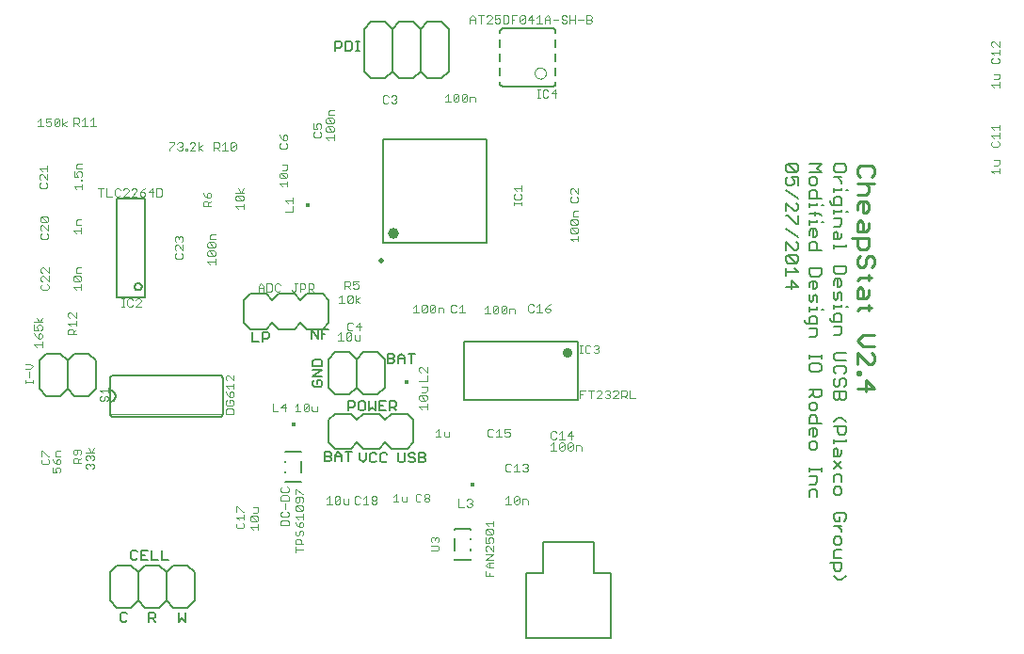
<source format=gto>
G75*
%MOIN*%
%OFA0B0*%
%FSLAX24Y24*%
%IPPOS*%
%LPD*%
%AMOC8*
5,1,8,0,0,1.08239X$1,22.5*
%
%ADD10C,0.0060*%
%ADD11C,0.0070*%
%ADD12C,0.0100*%
%ADD13C,0.0079*%
%ADD14C,0.0394*%
%ADD15C,0.0197*%
%ADD16C,0.0040*%
%ADD17R,0.0118X0.0157*%
%ADD18C,0.0050*%
%ADD19C,0.0020*%
%ADD20C,0.0080*%
%ADD21C,0.0348*%
%ADD22R,0.0157X0.0118*%
D10*
X003605Y001435D02*
X003855Y001185D01*
X004355Y001185D01*
X004605Y001435D01*
X004855Y001185D01*
X005355Y001185D01*
X005605Y001435D01*
X005855Y001185D01*
X006355Y001185D01*
X006605Y001435D01*
X006605Y002435D01*
X006355Y002685D01*
X005855Y002685D01*
X005605Y002435D01*
X005605Y001435D01*
X006035Y001030D02*
X006035Y000690D01*
X006148Y000803D01*
X006262Y000690D01*
X006262Y001030D01*
X005212Y000974D02*
X005212Y000860D01*
X005155Y000803D01*
X004985Y000803D01*
X004985Y000690D02*
X004985Y001030D01*
X005155Y001030D01*
X005212Y000974D01*
X005098Y000803D02*
X005212Y000690D01*
X004212Y000747D02*
X004155Y000690D01*
X004042Y000690D01*
X003985Y000747D01*
X003985Y000974D01*
X004042Y001030D01*
X004155Y001030D01*
X004212Y000974D01*
X004605Y001435D02*
X004605Y002435D01*
X004855Y002685D01*
X005355Y002685D01*
X005605Y002435D01*
X005687Y002885D02*
X005460Y002885D01*
X005460Y003225D01*
X005092Y003225D02*
X005092Y002885D01*
X005318Y002885D01*
X004950Y002885D02*
X004723Y002885D01*
X004723Y003225D01*
X004950Y003225D01*
X004837Y003055D02*
X004723Y003055D01*
X004582Y002942D02*
X004525Y002885D01*
X004412Y002885D01*
X004355Y002942D01*
X004355Y003169D01*
X004412Y003225D01*
X004525Y003225D01*
X004582Y003169D01*
X004355Y002685D02*
X003855Y002685D01*
X003605Y002435D01*
X003605Y001435D01*
X004605Y002435D02*
X004355Y002685D01*
X009816Y005645D02*
X009816Y005662D01*
X009816Y005645D02*
X010394Y005645D01*
X010394Y005662D01*
X010394Y005979D02*
X010394Y006391D01*
X010394Y006708D02*
X010394Y006725D01*
X009816Y006725D01*
X009816Y006708D01*
X009816Y006391D02*
X009816Y006354D01*
X009816Y006016D02*
X009816Y005979D01*
X011210Y006365D02*
X011380Y006365D01*
X011437Y006422D01*
X011437Y006478D01*
X011380Y006535D01*
X011210Y006535D01*
X011210Y006365D02*
X011210Y006705D01*
X011380Y006705D01*
X011437Y006649D01*
X011437Y006592D01*
X011380Y006535D01*
X011578Y006535D02*
X011805Y006535D01*
X011805Y006592D02*
X011805Y006365D01*
X011578Y006365D02*
X011578Y006592D01*
X011692Y006705D01*
X011805Y006592D01*
X011947Y006705D02*
X012173Y006705D01*
X012060Y006705D02*
X012060Y006365D01*
X012455Y006453D02*
X012568Y006340D01*
X012682Y006453D01*
X012682Y006680D01*
X012823Y006624D02*
X012823Y006397D01*
X012880Y006340D01*
X012994Y006340D01*
X013050Y006397D01*
X013192Y006397D02*
X013248Y006340D01*
X013362Y006340D01*
X013419Y006397D01*
X013419Y006624D02*
X013362Y006680D01*
X013248Y006680D01*
X013192Y006624D01*
X013192Y006397D01*
X013050Y006624D02*
X012994Y006680D01*
X012880Y006680D01*
X012823Y006624D01*
X012580Y006810D02*
X012355Y007035D01*
X012130Y006810D01*
X011580Y006810D01*
X011355Y007035D01*
X011355Y007835D01*
X011580Y008060D01*
X012130Y008060D01*
X012355Y007835D01*
X012580Y008060D01*
X013130Y008060D01*
X013355Y007835D01*
X013580Y008060D01*
X014130Y008060D01*
X014355Y007835D01*
X014355Y007035D01*
X014130Y006810D01*
X013580Y006810D01*
X013355Y007035D01*
X013130Y006810D01*
X012580Y006810D01*
X012455Y006680D02*
X012455Y006453D01*
X013810Y006397D02*
X013867Y006340D01*
X013980Y006340D01*
X014037Y006397D01*
X014037Y006680D01*
X014178Y006624D02*
X014178Y006567D01*
X014235Y006510D01*
X014348Y006510D01*
X014405Y006453D01*
X014405Y006397D01*
X014348Y006340D01*
X014235Y006340D01*
X014178Y006397D01*
X014178Y006624D02*
X014235Y006680D01*
X014348Y006680D01*
X014405Y006624D01*
X014547Y006680D02*
X014717Y006680D01*
X014773Y006624D01*
X014773Y006567D01*
X014717Y006510D01*
X014547Y006510D01*
X014717Y006510D02*
X014773Y006453D01*
X014773Y006397D01*
X014717Y006340D01*
X014547Y006340D01*
X014547Y006680D01*
X013810Y006680D02*
X013810Y006397D01*
X013744Y008165D02*
X013630Y008278D01*
X013687Y008278D02*
X013517Y008278D01*
X013517Y008165D02*
X013517Y008505D01*
X013687Y008505D01*
X013744Y008449D01*
X013744Y008335D01*
X013687Y008278D01*
X013375Y008165D02*
X013148Y008165D01*
X013148Y008505D01*
X013375Y008505D01*
X013262Y008335D02*
X013148Y008335D01*
X013007Y008165D02*
X013007Y008505D01*
X012780Y008505D02*
X012780Y008165D01*
X012893Y008278D01*
X013007Y008165D01*
X012639Y008222D02*
X012639Y008449D01*
X012582Y008505D01*
X012468Y008505D01*
X012412Y008449D01*
X012412Y008222D01*
X012468Y008165D01*
X012582Y008165D01*
X012639Y008222D01*
X012270Y008335D02*
X012270Y008449D01*
X012214Y008505D01*
X012043Y008505D01*
X012043Y008165D01*
X012043Y008278D02*
X012214Y008278D01*
X012270Y008335D01*
X012081Y008732D02*
X011581Y008732D01*
X011331Y008982D01*
X011331Y009982D01*
X011581Y010232D01*
X012081Y010232D01*
X012331Y009982D01*
X012581Y010232D01*
X013081Y010232D01*
X013331Y009982D01*
X013331Y008982D01*
X013081Y008732D01*
X012581Y008732D01*
X012331Y008982D01*
X012081Y008732D01*
X012331Y008982D02*
X012331Y009982D01*
X013436Y010012D02*
X013607Y010012D01*
X013663Y009956D01*
X013663Y009899D01*
X013607Y009842D01*
X013436Y009842D01*
X013436Y010183D01*
X013607Y010183D01*
X013663Y010126D01*
X013663Y010069D01*
X013607Y010012D01*
X013805Y010012D02*
X014032Y010012D01*
X014032Y010069D02*
X014032Y009842D01*
X014032Y010069D02*
X013918Y010183D01*
X013805Y010069D01*
X013805Y009842D01*
X014286Y009842D02*
X014286Y010183D01*
X014173Y010183D02*
X014400Y010183D01*
X011330Y011055D02*
X011103Y011055D01*
X011103Y010715D01*
X010962Y010715D02*
X010962Y011055D01*
X011130Y011060D02*
X011355Y011285D01*
X011355Y012085D01*
X011130Y012310D01*
X010580Y012310D01*
X010355Y012085D01*
X010130Y012310D01*
X009580Y012310D01*
X009355Y012085D01*
X009130Y012310D01*
X008580Y012310D01*
X008355Y012085D01*
X008355Y011285D01*
X008580Y011060D01*
X009130Y011060D01*
X009355Y011285D01*
X009580Y011060D01*
X010130Y011060D01*
X010355Y011285D01*
X010580Y011060D01*
X011130Y011060D01*
X011103Y010885D02*
X011217Y010885D01*
X010962Y010715D02*
X010735Y011055D01*
X010735Y010715D01*
X010841Y009978D02*
X010785Y009922D01*
X010785Y009752D01*
X011125Y009752D01*
X011125Y009922D01*
X011068Y009978D01*
X010841Y009978D01*
X010785Y009610D02*
X011125Y009610D01*
X010785Y009383D01*
X011125Y009383D01*
X011068Y009242D02*
X010955Y009242D01*
X010955Y009128D01*
X011068Y009015D02*
X011125Y009072D01*
X011125Y009185D01*
X011068Y009242D01*
X010841Y009242D02*
X010785Y009185D01*
X010785Y009072D01*
X010841Y009015D01*
X011068Y009015D01*
X009003Y010615D02*
X009003Y010955D01*
X009173Y010955D01*
X009230Y010899D01*
X009230Y010785D01*
X009173Y010728D01*
X009003Y010728D01*
X008862Y010615D02*
X008635Y010615D01*
X008635Y010955D01*
X007445Y009425D02*
X003745Y009425D01*
X003725Y009425D01*
X003704Y009421D01*
X003685Y009415D01*
X003667Y009406D01*
X003650Y009394D01*
X003636Y009379D01*
X003624Y009363D01*
X003615Y009345D01*
X003609Y009325D01*
X003605Y009305D01*
X003605Y008885D01*
X003605Y008485D01*
X003605Y008065D01*
X003609Y008044D01*
X003616Y008024D01*
X003626Y008005D01*
X003639Y007988D01*
X003655Y007974D01*
X003673Y007962D01*
X003692Y007953D01*
X003713Y007947D01*
X003734Y007944D01*
X003755Y007945D01*
X007455Y007945D01*
X007476Y007944D01*
X007497Y007947D01*
X007518Y007953D01*
X007537Y007962D01*
X007555Y007974D01*
X007571Y007988D01*
X007584Y008005D01*
X007594Y008024D01*
X007601Y008044D01*
X007605Y008065D01*
X007605Y009305D01*
X007600Y009327D01*
X007592Y009347D01*
X007580Y009366D01*
X007566Y009383D01*
X007550Y009398D01*
X007531Y009410D01*
X007511Y009418D01*
X007489Y009424D01*
X007467Y009426D01*
X007445Y009425D01*
X003605Y008885D02*
X003632Y008883D01*
X003659Y008878D01*
X003685Y008868D01*
X003709Y008856D01*
X003731Y008840D01*
X003751Y008822D01*
X003768Y008800D01*
X003783Y008777D01*
X003793Y008752D01*
X003801Y008726D01*
X003805Y008699D01*
X003805Y008671D01*
X003801Y008644D01*
X003793Y008618D01*
X003783Y008593D01*
X003768Y008570D01*
X003751Y008548D01*
X003731Y008530D01*
X003709Y008514D01*
X003685Y008502D01*
X003659Y008492D01*
X003632Y008487D01*
X003605Y008485D01*
X003105Y008935D02*
X002855Y008685D01*
X002355Y008685D01*
X002105Y008935D01*
X001855Y008685D01*
X001355Y008685D01*
X001105Y008935D01*
X001105Y009935D01*
X001355Y010185D01*
X001855Y010185D01*
X002105Y009935D01*
X002355Y010185D01*
X002855Y010185D01*
X003105Y009935D01*
X003105Y008935D01*
X002105Y008935D02*
X002105Y009935D01*
X015816Y003975D02*
X015816Y003958D01*
X015816Y003975D02*
X016394Y003975D01*
X016394Y003958D01*
X016394Y003641D02*
X016394Y003604D01*
X016394Y003266D02*
X016394Y003229D01*
X015816Y003229D02*
X015816Y003641D01*
X015816Y002912D02*
X015816Y002895D01*
X016394Y002895D01*
X016394Y002912D01*
X027755Y012473D02*
X027755Y012766D01*
X027975Y012546D01*
X027535Y012546D01*
X027535Y012933D02*
X027535Y013227D01*
X027535Y013080D02*
X027975Y013080D01*
X027829Y013227D01*
X027902Y013394D02*
X027608Y013394D01*
X027535Y013467D01*
X027535Y013614D01*
X027608Y013687D01*
X027902Y013394D01*
X027975Y013467D01*
X027975Y013614D01*
X027902Y013687D01*
X027608Y013687D01*
X027535Y013854D02*
X027535Y014148D01*
X027829Y013854D01*
X027902Y013854D01*
X027975Y013927D01*
X027975Y014074D01*
X027902Y014148D01*
X027975Y014314D02*
X027535Y014608D01*
X027902Y014775D02*
X027608Y015068D01*
X027535Y015068D01*
X027535Y015235D02*
X027535Y015529D01*
X027829Y015235D01*
X027902Y015235D01*
X027975Y015309D01*
X027975Y015455D01*
X027902Y015529D01*
X027975Y015696D02*
X027535Y015989D01*
X027608Y016156D02*
X027535Y016229D01*
X027535Y016376D01*
X027608Y016450D01*
X027755Y016450D02*
X027829Y016303D01*
X027829Y016229D01*
X027755Y016156D01*
X027608Y016156D01*
X027975Y016156D02*
X027975Y016450D01*
X027755Y016450D01*
X027608Y016616D02*
X027535Y016690D01*
X027535Y016837D01*
X027608Y016910D01*
X027902Y016616D01*
X027608Y016616D01*
X027902Y016616D02*
X027975Y016690D01*
X027975Y016837D01*
X027902Y016910D01*
X027608Y016910D01*
X027975Y015068D02*
X027975Y014775D01*
X027902Y014775D01*
X019389Y019764D02*
X019389Y019815D01*
X019389Y019760D02*
X019388Y019743D01*
X019383Y019726D01*
X019376Y019711D01*
X019366Y019697D01*
X019354Y019685D01*
X019340Y019675D01*
X019325Y019668D01*
X019308Y019663D01*
X019291Y019662D01*
X019287Y019661D02*
X017519Y019661D01*
X017519Y019662D02*
X017502Y019663D01*
X017485Y019668D01*
X017470Y019675D01*
X017456Y019685D01*
X017444Y019697D01*
X017434Y019711D01*
X017427Y019726D01*
X017422Y019743D01*
X017421Y019760D01*
X017421Y019764D02*
X017421Y019815D01*
X017421Y020059D02*
X017421Y020311D01*
X017421Y020559D02*
X017421Y020811D01*
X017421Y021059D02*
X017421Y021311D01*
X017421Y021555D02*
X017421Y021614D01*
X017421Y021610D02*
X017422Y021627D01*
X017427Y021644D01*
X017434Y021659D01*
X017444Y021673D01*
X017456Y021685D01*
X017470Y021695D01*
X017485Y021702D01*
X017502Y021707D01*
X017519Y021708D01*
X017519Y021709D02*
X019291Y021709D01*
X019291Y021708D02*
X019308Y021707D01*
X019325Y021702D01*
X019340Y021695D01*
X019354Y021685D01*
X019366Y021673D01*
X019376Y021659D01*
X019383Y021644D01*
X019388Y021627D01*
X019389Y021610D01*
X019389Y021602D02*
X019389Y021551D01*
X019389Y021311D02*
X019389Y021055D01*
X019389Y020811D02*
X019389Y020555D01*
X019389Y020311D02*
X019389Y020059D01*
X015605Y020185D02*
X015355Y019935D01*
X014855Y019935D01*
X014605Y020185D01*
X014605Y021685D01*
X014855Y021935D01*
X015355Y021935D01*
X015605Y021685D01*
X015605Y020185D01*
X014605Y020185D02*
X014355Y019935D01*
X013855Y019935D01*
X013605Y020185D01*
X013605Y021685D01*
X013855Y021935D01*
X014355Y021935D01*
X014605Y021685D01*
X013605Y021685D02*
X013355Y021935D01*
X012855Y021935D01*
X012605Y021685D01*
X012605Y020185D01*
X012855Y019935D01*
X013355Y019935D01*
X013605Y020185D01*
X012435Y020915D02*
X012322Y020915D01*
X012378Y020915D02*
X012378Y021255D01*
X012322Y021255D02*
X012435Y021255D01*
X012180Y021199D02*
X012180Y020972D01*
X012123Y020915D01*
X011953Y020915D01*
X011953Y021255D01*
X012123Y021255D01*
X012180Y021199D01*
X011812Y021199D02*
X011812Y021085D01*
X011755Y021028D01*
X011585Y021028D01*
X011585Y020915D02*
X011585Y021255D01*
X011755Y021255D01*
X011812Y021199D01*
D11*
X028365Y016900D02*
X028795Y016900D01*
X028652Y016757D01*
X028795Y016613D01*
X028365Y016613D01*
X028437Y016440D02*
X028365Y016368D01*
X028365Y016224D01*
X028437Y016153D01*
X028580Y016153D01*
X028652Y016224D01*
X028652Y016368D01*
X028580Y016440D01*
X028437Y016440D01*
X028437Y015979D02*
X028580Y015979D01*
X028652Y015907D01*
X028652Y015692D01*
X028795Y015692D02*
X028365Y015692D01*
X028365Y015907D01*
X028437Y015979D01*
X028365Y015519D02*
X028365Y015375D01*
X028365Y015447D02*
X028652Y015447D01*
X028652Y015519D01*
X028795Y015447D02*
X028867Y015447D01*
X029097Y015534D02*
X029168Y015462D01*
X029527Y015462D01*
X029527Y015677D01*
X029455Y015749D01*
X029312Y015749D01*
X029240Y015677D01*
X029240Y015462D01*
X029097Y015534D02*
X029097Y015606D01*
X029240Y015912D02*
X029240Y016056D01*
X029240Y015984D02*
X029527Y015984D01*
X029527Y016056D01*
X029670Y015984D02*
X029742Y015984D01*
X029527Y016224D02*
X029527Y016296D01*
X029383Y016440D01*
X029240Y016440D02*
X029527Y016440D01*
X029599Y016613D02*
X029670Y016685D01*
X029670Y016828D01*
X029599Y016900D01*
X029312Y016900D01*
X029240Y016828D01*
X029240Y016685D01*
X029312Y016613D01*
X029599Y016613D01*
X029527Y015289D02*
X029527Y015217D01*
X029240Y015217D01*
X029240Y015289D02*
X029240Y015145D01*
X029240Y014982D02*
X029527Y014982D01*
X029527Y014767D01*
X029455Y014695D01*
X029240Y014695D01*
X029312Y014521D02*
X029383Y014450D01*
X029383Y014234D01*
X029455Y014234D02*
X029240Y014234D01*
X029240Y014450D01*
X029312Y014521D01*
X029527Y014450D02*
X029527Y014306D01*
X029455Y014234D01*
X029240Y014061D02*
X029240Y013917D01*
X029240Y013989D02*
X029670Y013989D01*
X029670Y014061D01*
X028795Y013851D02*
X028365Y013851D01*
X028365Y014066D01*
X028437Y014138D01*
X028580Y014138D01*
X028652Y014066D01*
X028652Y013851D01*
X028580Y014311D02*
X028508Y014311D01*
X028508Y014598D01*
X028437Y014598D02*
X028580Y014598D01*
X028652Y014526D01*
X028652Y014383D01*
X028580Y014311D01*
X028365Y014383D02*
X028365Y014526D01*
X028437Y014598D01*
X028365Y014762D02*
X028365Y014905D01*
X028365Y014833D02*
X028652Y014833D01*
X028652Y014905D01*
X028795Y014833D02*
X028867Y014833D01*
X028795Y015068D02*
X028724Y015140D01*
X028365Y015140D01*
X028580Y015212D02*
X028580Y015068D01*
X029670Y015217D02*
X029742Y015217D01*
X029670Y013294D02*
X029240Y013294D01*
X029240Y013078D01*
X029312Y013007D01*
X029599Y013007D01*
X029670Y013078D01*
X029670Y013294D01*
X029455Y012833D02*
X029312Y012833D01*
X029240Y012761D01*
X029240Y012618D01*
X029383Y012546D02*
X029383Y012833D01*
X029455Y012833D02*
X029527Y012761D01*
X029527Y012618D01*
X029455Y012546D01*
X029383Y012546D01*
X029455Y012373D02*
X029527Y012301D01*
X029527Y012086D01*
X029383Y012158D02*
X029383Y012301D01*
X029455Y012373D01*
X029240Y012373D02*
X029240Y012158D01*
X029312Y012086D01*
X029383Y012158D01*
X029240Y011912D02*
X029240Y011769D01*
X029240Y011841D02*
X029527Y011841D01*
X029527Y011912D01*
X029670Y011841D02*
X029742Y011841D01*
X029455Y011605D02*
X029312Y011605D01*
X029240Y011534D01*
X029240Y011319D01*
X029168Y011319D02*
X029527Y011319D01*
X029527Y011534D01*
X029455Y011605D01*
X029097Y011462D02*
X029097Y011390D01*
X029168Y011319D01*
X029240Y011145D02*
X029527Y011145D01*
X029527Y010930D01*
X029455Y010858D01*
X029240Y010858D01*
X028652Y010853D02*
X028580Y010781D01*
X028365Y010781D01*
X028365Y011068D02*
X028652Y011068D01*
X028652Y010853D01*
X028652Y011242D02*
X028652Y011457D01*
X028580Y011529D01*
X028437Y011529D01*
X028365Y011457D01*
X028365Y011242D01*
X028293Y011242D02*
X028652Y011242D01*
X028293Y011242D02*
X028222Y011314D01*
X028222Y011385D01*
X028365Y011692D02*
X028365Y011836D01*
X028365Y011764D02*
X028652Y011764D01*
X028652Y011836D01*
X028795Y011764D02*
X028867Y011764D01*
X028652Y012009D02*
X028652Y012224D01*
X028580Y012296D01*
X028508Y012224D01*
X028508Y012081D01*
X028437Y012009D01*
X028365Y012081D01*
X028365Y012296D01*
X028508Y012470D02*
X028508Y012756D01*
X028437Y012756D02*
X028580Y012756D01*
X028652Y012685D01*
X028652Y012541D01*
X028580Y012470D01*
X028508Y012470D01*
X028365Y012541D02*
X028365Y012685D01*
X028437Y012756D01*
X028437Y012930D02*
X028724Y012930D01*
X028795Y013002D01*
X028795Y013217D01*
X028365Y013217D01*
X028365Y013002D01*
X028437Y012930D01*
X028365Y010148D02*
X028365Y010004D01*
X028365Y010076D02*
X028795Y010076D01*
X028795Y010148D02*
X028795Y010004D01*
X028724Y009841D02*
X028437Y009841D01*
X028365Y009769D01*
X028365Y009625D01*
X028437Y009554D01*
X028724Y009554D01*
X028795Y009625D01*
X028795Y009769D01*
X028724Y009841D01*
X029240Y009692D02*
X029240Y009549D01*
X029312Y009477D01*
X029312Y009304D02*
X029240Y009232D01*
X029240Y009088D01*
X029312Y009017D01*
X029383Y009017D01*
X029455Y009088D01*
X029455Y009232D01*
X029527Y009304D01*
X029599Y009304D01*
X029670Y009232D01*
X029670Y009088D01*
X029599Y009017D01*
X029670Y008843D02*
X029240Y008843D01*
X029240Y008628D01*
X029312Y008556D01*
X029383Y008556D01*
X029455Y008628D01*
X029455Y008843D01*
X029455Y008628D02*
X029527Y008556D01*
X029599Y008556D01*
X029670Y008628D01*
X029670Y008843D01*
X028795Y008920D02*
X028795Y008705D01*
X028724Y008633D01*
X028580Y008633D01*
X028508Y008705D01*
X028508Y008920D01*
X028365Y008920D02*
X028795Y008920D01*
X028508Y008776D02*
X028365Y008633D01*
X028437Y008459D02*
X028365Y008388D01*
X028365Y008244D01*
X028437Y008173D01*
X028580Y008173D01*
X028652Y008244D01*
X028652Y008388D01*
X028580Y008459D01*
X028437Y008459D01*
X028437Y007999D02*
X028580Y007999D01*
X028652Y007927D01*
X028652Y007712D01*
X028795Y007712D02*
X028365Y007712D01*
X028365Y007927D01*
X028437Y007999D01*
X028437Y007539D02*
X028580Y007539D01*
X028652Y007467D01*
X028652Y007324D01*
X028580Y007252D01*
X028508Y007252D01*
X028508Y007539D01*
X028437Y007539D02*
X028365Y007467D01*
X028365Y007324D01*
X028437Y007078D02*
X028365Y007007D01*
X028365Y006863D01*
X028437Y006791D01*
X028580Y006791D01*
X028652Y006863D01*
X028652Y007007D01*
X028580Y007078D01*
X028437Y007078D01*
X029240Y007083D02*
X029670Y007083D01*
X029670Y007155D01*
X029599Y007329D02*
X029455Y007329D01*
X029383Y007400D01*
X029383Y007615D01*
X029240Y007615D02*
X029670Y007615D01*
X029670Y007400D01*
X029599Y007329D01*
X029240Y007155D02*
X029240Y007012D01*
X029312Y006848D02*
X029383Y006776D01*
X029383Y006561D01*
X029455Y006561D02*
X029240Y006561D01*
X029240Y006776D01*
X029312Y006848D01*
X029527Y006776D02*
X029527Y006633D01*
X029455Y006561D01*
X029527Y006388D02*
X029240Y006101D01*
X029312Y005927D02*
X029240Y005856D01*
X029240Y005640D01*
X029312Y005467D02*
X029240Y005395D01*
X029240Y005252D01*
X029312Y005180D01*
X029455Y005180D01*
X029527Y005252D01*
X029527Y005395D01*
X029455Y005467D01*
X029312Y005467D01*
X029527Y005640D02*
X029527Y005856D01*
X029455Y005927D01*
X029312Y005927D01*
X029527Y006101D02*
X029240Y006388D01*
X028795Y006158D02*
X028795Y006014D01*
X028795Y006086D02*
X028365Y006086D01*
X028365Y006158D02*
X028365Y006014D01*
X028365Y005851D02*
X028652Y005851D01*
X028652Y005635D01*
X028580Y005564D01*
X028365Y005564D01*
X028437Y005390D02*
X028365Y005318D01*
X028365Y005103D01*
X028652Y005103D02*
X028652Y005318D01*
X028580Y005390D01*
X028437Y005390D01*
X029312Y004546D02*
X029240Y004474D01*
X029240Y004331D01*
X029312Y004259D01*
X029455Y004259D01*
X029455Y004403D01*
X029599Y004546D02*
X029312Y004546D01*
X029599Y004546D02*
X029670Y004474D01*
X029670Y004331D01*
X029599Y004259D01*
X029527Y004086D02*
X029240Y004086D01*
X029383Y004086D02*
X029527Y003942D01*
X029527Y003871D01*
X029455Y003702D02*
X029312Y003702D01*
X029240Y003630D01*
X029240Y003487D01*
X029312Y003415D01*
X029455Y003415D01*
X029527Y003487D01*
X029527Y003630D01*
X029455Y003702D01*
X029527Y003242D02*
X029312Y003242D01*
X029240Y003170D01*
X029240Y002955D01*
X029527Y002955D01*
X029527Y002781D02*
X029527Y002566D01*
X029455Y002494D01*
X029312Y002494D01*
X029240Y002566D01*
X029240Y002781D01*
X029097Y002781D02*
X029527Y002781D01*
X029670Y002321D02*
X029527Y002177D01*
X029383Y002177D01*
X029240Y002321D01*
X029240Y007779D02*
X029383Y007922D01*
X029527Y007922D01*
X029670Y007779D01*
X029599Y009477D02*
X029670Y009549D01*
X029670Y009692D01*
X029599Y009764D01*
X029312Y009764D01*
X029240Y009692D01*
X029312Y009937D02*
X029670Y009937D01*
X029670Y010224D02*
X029312Y010224D01*
X029240Y010153D01*
X029240Y010009D01*
X029312Y009937D01*
D12*
X030080Y009799D02*
X030080Y010200D01*
X030480Y009799D01*
X030580Y009799D01*
X030681Y009899D01*
X030681Y010100D01*
X030580Y010200D01*
X030681Y010444D02*
X030280Y010444D01*
X030080Y010644D01*
X030280Y010844D01*
X030681Y010844D01*
X030480Y011718D02*
X030480Y011918D01*
X030580Y011818D02*
X030180Y011818D01*
X030080Y011718D01*
X030080Y012163D02*
X030080Y012463D01*
X030180Y012563D01*
X030280Y012463D01*
X030280Y012163D01*
X030380Y012163D02*
X030080Y012163D01*
X030380Y012163D02*
X030480Y012263D01*
X030480Y012463D01*
X030480Y012793D02*
X030480Y012993D01*
X030580Y012893D02*
X030180Y012893D01*
X030080Y012793D01*
X030180Y013237D02*
X030080Y013337D01*
X030080Y013537D01*
X030180Y013637D01*
X030380Y013537D02*
X030380Y013337D01*
X030280Y013237D01*
X030180Y013237D01*
X030380Y013537D02*
X030480Y013637D01*
X030580Y013637D01*
X030681Y013537D01*
X030681Y013337D01*
X030580Y013237D01*
X030380Y013881D02*
X030180Y013881D01*
X030080Y013982D01*
X030080Y014282D01*
X029880Y014282D02*
X030480Y014282D01*
X030480Y013982D01*
X030380Y013881D01*
X030380Y014526D02*
X030080Y014526D01*
X030080Y014826D01*
X030180Y014926D01*
X030280Y014826D01*
X030280Y014526D01*
X030380Y014526D02*
X030480Y014626D01*
X030480Y014826D01*
X030380Y015171D02*
X030280Y015171D01*
X030280Y015571D01*
X030180Y015571D02*
X030380Y015571D01*
X030480Y015471D01*
X030480Y015271D01*
X030380Y015171D01*
X030080Y015271D02*
X030080Y015471D01*
X030180Y015571D01*
X030080Y015815D02*
X030380Y015815D01*
X030480Y015915D01*
X030480Y016115D01*
X030380Y016215D01*
X030080Y016215D02*
X030681Y016215D01*
X030580Y016460D02*
X030681Y016560D01*
X030681Y016760D01*
X030580Y016860D01*
X030180Y016860D01*
X030080Y016760D01*
X030080Y016560D01*
X030180Y016460D01*
X030180Y009555D02*
X030180Y009455D01*
X030080Y009455D01*
X030080Y009555D01*
X030180Y009555D01*
X030380Y009233D02*
X030380Y008832D01*
X030080Y008933D02*
X030681Y008933D01*
X030380Y009233D01*
D13*
X016936Y014104D02*
X016936Y017766D01*
X013274Y017766D01*
X013274Y014104D01*
X016936Y014104D01*
D14*
X013629Y014459D03*
D15*
X013215Y013474D03*
D16*
X012406Y012760D02*
X012220Y012760D01*
X012220Y012620D01*
X012313Y012667D01*
X012360Y012667D01*
X012406Y012620D01*
X012406Y012527D01*
X012360Y012480D01*
X012266Y012480D01*
X012220Y012527D01*
X012112Y012480D02*
X012018Y012573D01*
X012065Y012573D02*
X011925Y012573D01*
X011925Y012480D02*
X011925Y012760D01*
X012065Y012760D01*
X012112Y012714D01*
X012112Y012620D01*
X012065Y012573D01*
X012066Y012260D02*
X012160Y012260D01*
X012206Y012214D01*
X012020Y012027D01*
X012066Y011980D01*
X012160Y011980D01*
X012206Y012027D01*
X012206Y012214D01*
X012314Y012260D02*
X012314Y011980D01*
X012314Y012073D02*
X012454Y012167D01*
X012314Y012073D02*
X012454Y011980D01*
X012020Y012027D02*
X012020Y012214D01*
X012066Y012260D01*
X011818Y012260D02*
X011818Y011980D01*
X011725Y011980D02*
X011912Y011980D01*
X011725Y012167D02*
X011818Y012260D01*
X010817Y012385D02*
X010724Y012478D01*
X010770Y012478D02*
X010630Y012478D01*
X010630Y012385D02*
X010630Y012665D01*
X010770Y012665D01*
X010817Y012619D01*
X010817Y012525D01*
X010770Y012478D01*
X010523Y012525D02*
X010523Y012619D01*
X010476Y012665D01*
X010336Y012665D01*
X010336Y012385D01*
X010336Y012478D02*
X010476Y012478D01*
X010523Y012525D01*
X010228Y012665D02*
X010134Y012665D01*
X010181Y012665D02*
X010181Y012432D01*
X010134Y012385D01*
X010088Y012385D01*
X010041Y012432D01*
X009933Y012338D02*
X009746Y012338D01*
X009639Y012432D02*
X009592Y012385D01*
X009498Y012385D01*
X009452Y012432D01*
X009452Y012619D01*
X009498Y012665D01*
X009592Y012665D01*
X009639Y012619D01*
X009344Y012619D02*
X009344Y012432D01*
X009297Y012385D01*
X009157Y012385D01*
X009157Y012665D01*
X009297Y012665D01*
X009344Y012619D01*
X009049Y012572D02*
X009049Y012385D01*
X009049Y012525D02*
X008862Y012525D01*
X008862Y012572D02*
X008862Y012385D01*
X008862Y012572D02*
X008956Y012665D01*
X009049Y012572D01*
X007335Y013355D02*
X007335Y013542D01*
X007335Y013448D02*
X007055Y013448D01*
X007148Y013355D01*
X007101Y013650D02*
X007055Y013696D01*
X007055Y013790D01*
X007101Y013836D01*
X007288Y013650D01*
X007335Y013696D01*
X007335Y013790D01*
X007288Y013836D01*
X007101Y013836D01*
X007101Y013944D02*
X007055Y013991D01*
X007055Y014084D01*
X007101Y014131D01*
X007288Y013944D01*
X007335Y013991D01*
X007335Y014084D01*
X007288Y014131D01*
X007101Y014131D01*
X007148Y014239D02*
X007148Y014379D01*
X007195Y014426D01*
X007335Y014426D01*
X007335Y014239D02*
X007148Y014239D01*
X007101Y013944D02*
X007288Y013944D01*
X007288Y013650D02*
X007101Y013650D01*
X006185Y013602D02*
X006185Y013695D01*
X006138Y013742D01*
X006185Y013850D02*
X005998Y014036D01*
X005951Y014036D01*
X005905Y013990D01*
X005905Y013896D01*
X005951Y013850D01*
X005951Y013742D02*
X005905Y013695D01*
X005905Y013602D01*
X005951Y013555D01*
X006138Y013555D01*
X006185Y013602D01*
X006185Y013850D02*
X006185Y014036D01*
X006138Y014144D02*
X006185Y014191D01*
X006185Y014284D01*
X006138Y014331D01*
X006092Y014331D01*
X006045Y014284D01*
X006045Y014238D01*
X006045Y014284D02*
X005998Y014331D01*
X005951Y014331D01*
X005905Y014284D01*
X005905Y014191D01*
X005951Y014144D01*
X006905Y015405D02*
X006905Y015545D01*
X006951Y015592D01*
X007045Y015592D01*
X007092Y015545D01*
X007092Y015405D01*
X007185Y015405D02*
X006905Y015405D01*
X007092Y015498D02*
X007185Y015592D01*
X007138Y015700D02*
X007185Y015746D01*
X007185Y015840D01*
X007138Y015886D01*
X007092Y015886D01*
X007045Y015840D01*
X007045Y015700D01*
X007138Y015700D01*
X007045Y015700D02*
X006951Y015793D01*
X006905Y015886D01*
X008055Y015894D02*
X008335Y015894D01*
X008242Y015894D02*
X008148Y016034D01*
X008242Y015894D02*
X008335Y016034D01*
X008288Y015786D02*
X008335Y015740D01*
X008335Y015646D01*
X008288Y015600D01*
X008101Y015786D01*
X008288Y015786D01*
X008288Y015600D02*
X008101Y015600D01*
X008055Y015646D01*
X008055Y015740D01*
X008101Y015786D01*
X008335Y015492D02*
X008335Y015305D01*
X008335Y015398D02*
X008055Y015398D01*
X008148Y015305D01*
X009805Y015230D02*
X010085Y015230D01*
X010085Y015417D01*
X010085Y015525D02*
X010085Y015711D01*
X010085Y015618D02*
X009805Y015618D01*
X009898Y015525D01*
X009885Y016105D02*
X009885Y016292D01*
X009885Y016198D02*
X009605Y016198D01*
X009698Y016105D01*
X009651Y016400D02*
X009605Y016446D01*
X009605Y016540D01*
X009651Y016586D01*
X009838Y016400D01*
X009885Y016446D01*
X009885Y016540D01*
X009838Y016586D01*
X009651Y016586D01*
X009698Y016694D02*
X009838Y016694D01*
X009885Y016741D01*
X009885Y016881D01*
X009698Y016881D01*
X009651Y017455D02*
X009838Y017455D01*
X009885Y017502D01*
X009885Y017595D01*
X009838Y017642D01*
X009838Y017750D02*
X009885Y017796D01*
X009885Y017890D01*
X009838Y017936D01*
X009792Y017936D01*
X009745Y017890D01*
X009745Y017750D01*
X009838Y017750D01*
X009745Y017750D02*
X009651Y017843D01*
X009605Y017936D01*
X009651Y017642D02*
X009605Y017595D01*
X009605Y017502D01*
X009651Y017455D01*
X010805Y017902D02*
X010851Y017855D01*
X011038Y017855D01*
X011085Y017902D01*
X011085Y017995D01*
X011038Y018042D01*
X011038Y018150D02*
X011085Y018196D01*
X011085Y018290D01*
X011038Y018336D01*
X010945Y018336D01*
X010898Y018290D01*
X010898Y018243D01*
X010945Y018150D01*
X010805Y018150D01*
X010805Y018336D01*
X010851Y018042D02*
X010805Y017995D01*
X010805Y017902D01*
X011255Y017848D02*
X011348Y017755D01*
X011255Y017848D02*
X011535Y017848D01*
X011535Y017755D02*
X011535Y017942D01*
X011488Y018050D02*
X011301Y018050D01*
X011255Y018096D01*
X011255Y018190D01*
X011301Y018236D01*
X011488Y018050D01*
X011535Y018096D01*
X011535Y018190D01*
X011488Y018236D01*
X011301Y018236D01*
X011301Y018344D02*
X011255Y018391D01*
X011255Y018484D01*
X011301Y018531D01*
X011488Y018344D01*
X011535Y018391D01*
X011535Y018484D01*
X011488Y018531D01*
X011301Y018531D01*
X011348Y018639D02*
X011348Y018779D01*
X011395Y018826D01*
X011535Y018826D01*
X011535Y018639D02*
X011348Y018639D01*
X011301Y018344D02*
X011488Y018344D01*
X013275Y019102D02*
X013275Y019289D01*
X013322Y019335D01*
X013415Y019335D01*
X013462Y019289D01*
X013570Y019289D02*
X013616Y019335D01*
X013710Y019335D01*
X013756Y019289D01*
X013756Y019242D01*
X013710Y019195D01*
X013756Y019148D01*
X013756Y019102D01*
X013710Y019055D01*
X013616Y019055D01*
X013570Y019102D01*
X013462Y019102D02*
X013415Y019055D01*
X013322Y019055D01*
X013275Y019102D01*
X013663Y019195D02*
X013710Y019195D01*
X015475Y019105D02*
X015662Y019105D01*
X015568Y019105D02*
X015568Y019385D01*
X015475Y019292D01*
X015770Y019339D02*
X015816Y019385D01*
X015910Y019385D01*
X015956Y019339D01*
X015770Y019152D01*
X015816Y019105D01*
X015910Y019105D01*
X015956Y019152D01*
X015956Y019339D01*
X016064Y019339D02*
X016111Y019385D01*
X016204Y019385D01*
X016251Y019339D01*
X016064Y019152D01*
X016111Y019105D01*
X016204Y019105D01*
X016251Y019152D01*
X016251Y019339D01*
X016359Y019292D02*
X016499Y019292D01*
X016546Y019245D01*
X016546Y019105D01*
X016359Y019105D02*
X016359Y019292D01*
X016064Y019339D02*
X016064Y019152D01*
X015770Y019152D02*
X015770Y019339D01*
X018739Y019260D02*
X018833Y019260D01*
X018786Y019260D02*
X018786Y019540D01*
X018739Y019540D02*
X018833Y019540D01*
X018936Y019494D02*
X018936Y019307D01*
X018982Y019260D01*
X019076Y019260D01*
X019123Y019307D01*
X019230Y019400D02*
X019417Y019400D01*
X019370Y019260D02*
X019370Y019540D01*
X019230Y019400D01*
X019123Y019494D02*
X019076Y019540D01*
X018982Y019540D01*
X018936Y019494D01*
X018899Y021885D02*
X018712Y021885D01*
X018806Y021885D02*
X018806Y022165D01*
X018712Y022072D01*
X018605Y022025D02*
X018418Y022025D01*
X018558Y022165D01*
X018558Y021885D01*
X018310Y021932D02*
X018310Y022119D01*
X018123Y021932D01*
X018170Y021885D01*
X018263Y021885D01*
X018310Y021932D01*
X018310Y022119D02*
X018263Y022165D01*
X018170Y022165D01*
X018123Y022119D01*
X018123Y021932D01*
X017922Y022025D02*
X017828Y022025D01*
X017828Y021885D02*
X017828Y022165D01*
X018015Y022165D01*
X017721Y022119D02*
X017721Y021932D01*
X017674Y021885D01*
X017534Y021885D01*
X017534Y022165D01*
X017674Y022165D01*
X017721Y022119D01*
X017426Y022165D02*
X017239Y022165D01*
X017239Y022025D01*
X017333Y022072D01*
X017379Y022072D01*
X017426Y022025D01*
X017426Y021932D01*
X017379Y021885D01*
X017286Y021885D01*
X017239Y021932D01*
X017131Y021885D02*
X016945Y021885D01*
X017131Y022072D01*
X017131Y022119D01*
X017085Y022165D01*
X016991Y022165D01*
X016945Y022119D01*
X016837Y022165D02*
X016650Y022165D01*
X016743Y022165D02*
X016743Y021885D01*
X016542Y021885D02*
X016542Y022072D01*
X016449Y022165D01*
X016355Y022072D01*
X016355Y021885D01*
X016355Y022025D02*
X016542Y022025D01*
X019007Y022025D02*
X019194Y022025D01*
X019194Y022072D02*
X019194Y021885D01*
X019302Y022025D02*
X019489Y022025D01*
X019596Y022072D02*
X019643Y022025D01*
X019737Y022025D01*
X019783Y021978D01*
X019783Y021932D01*
X019737Y021885D01*
X019643Y021885D01*
X019596Y021932D01*
X019596Y022072D02*
X019596Y022119D01*
X019643Y022165D01*
X019737Y022165D01*
X019783Y022119D01*
X019891Y022165D02*
X019891Y021885D01*
X019891Y022025D02*
X020078Y022025D01*
X020186Y022025D02*
X020373Y022025D01*
X020480Y022025D02*
X020620Y022025D01*
X020667Y021978D01*
X020667Y021932D01*
X020620Y021885D01*
X020480Y021885D01*
X020480Y022165D01*
X020620Y022165D01*
X020667Y022119D01*
X020667Y022072D01*
X020620Y022025D01*
X020078Y022165D02*
X020078Y021885D01*
X019194Y022072D02*
X019101Y022165D01*
X019007Y022072D01*
X019007Y021885D01*
X009838Y016400D02*
X009651Y016400D01*
X008067Y017432D02*
X008020Y017385D01*
X007927Y017385D01*
X007880Y017432D01*
X008067Y017619D01*
X008067Y017432D01*
X008067Y017619D02*
X008020Y017665D01*
X007927Y017665D01*
X007880Y017619D01*
X007880Y017432D01*
X007773Y017385D02*
X007586Y017385D01*
X007679Y017385D02*
X007679Y017665D01*
X007586Y017572D01*
X007478Y017619D02*
X007478Y017525D01*
X007431Y017478D01*
X007291Y017478D01*
X007291Y017385D02*
X007291Y017665D01*
X007431Y017665D01*
X007478Y017619D01*
X007384Y017478D02*
X007478Y017385D01*
X006870Y017385D02*
X006729Y017478D01*
X006870Y017572D01*
X006729Y017665D02*
X006729Y017385D01*
X006622Y017385D02*
X006435Y017385D01*
X006622Y017572D01*
X006622Y017619D01*
X006575Y017665D01*
X006482Y017665D01*
X006435Y017619D01*
X006334Y017432D02*
X006334Y017385D01*
X006287Y017385D01*
X006287Y017432D01*
X006334Y017432D01*
X006180Y017432D02*
X006133Y017385D01*
X006040Y017385D01*
X005993Y017432D01*
X006086Y017525D02*
X006133Y017525D01*
X006180Y017478D01*
X006180Y017432D01*
X006133Y017525D02*
X006180Y017572D01*
X006180Y017619D01*
X006133Y017665D01*
X006040Y017665D01*
X005993Y017619D01*
X005885Y017619D02*
X005698Y017432D01*
X005698Y017385D01*
X005698Y017665D02*
X005885Y017665D01*
X005885Y017619D01*
X005395Y016040D02*
X005255Y016040D01*
X005255Y015760D01*
X005395Y015760D01*
X005442Y015807D01*
X005442Y015994D01*
X005395Y016040D01*
X005148Y015900D02*
X004961Y015900D01*
X005101Y016040D01*
X005101Y015760D01*
X004853Y015807D02*
X004853Y015853D01*
X004806Y015900D01*
X004666Y015900D01*
X004666Y015807D01*
X004713Y015760D01*
X004806Y015760D01*
X004853Y015807D01*
X004666Y015900D02*
X004759Y015994D01*
X004853Y016040D01*
X004558Y015994D02*
X004558Y015947D01*
X004371Y015760D01*
X004558Y015760D01*
X004558Y015994D02*
X004512Y016040D01*
X004418Y016040D01*
X004371Y015994D01*
X004264Y015994D02*
X004217Y016040D01*
X004123Y016040D01*
X004077Y015994D01*
X003969Y015994D02*
X003922Y016040D01*
X003829Y016040D01*
X003782Y015994D01*
X003782Y015807D01*
X003829Y015760D01*
X003922Y015760D01*
X003969Y015807D01*
X004077Y015760D02*
X004264Y015947D01*
X004264Y015994D01*
X004264Y015760D02*
X004077Y015760D01*
X003674Y015760D02*
X003487Y015760D01*
X003487Y016040D01*
X003380Y016040D02*
X003193Y016040D01*
X003286Y016040D02*
X003286Y015760D01*
X002610Y016005D02*
X002610Y016192D01*
X002610Y016098D02*
X002330Y016098D01*
X002423Y016005D01*
X002563Y016300D02*
X002563Y016346D01*
X002610Y016346D01*
X002610Y016300D01*
X002563Y016300D01*
X002563Y016447D02*
X002610Y016494D01*
X002610Y016587D01*
X002563Y016634D01*
X002470Y016634D01*
X002423Y016587D01*
X002423Y016540D01*
X002470Y016447D01*
X002330Y016447D01*
X002330Y016634D01*
X002423Y016742D02*
X002423Y016882D01*
X002470Y016928D01*
X002610Y016928D01*
X002610Y016742D02*
X002423Y016742D01*
X001385Y016738D02*
X001105Y016738D01*
X001198Y016644D01*
X001198Y016536D02*
X001151Y016536D01*
X001105Y016490D01*
X001105Y016396D01*
X001151Y016350D01*
X001151Y016242D02*
X001105Y016195D01*
X001105Y016102D01*
X001151Y016055D01*
X001338Y016055D01*
X001385Y016102D01*
X001385Y016195D01*
X001338Y016242D01*
X001385Y016350D02*
X001198Y016536D01*
X001385Y016536D02*
X001385Y016350D01*
X001385Y016644D02*
X001385Y016831D01*
X001383Y018233D02*
X001336Y018279D01*
X001383Y018233D02*
X001476Y018233D01*
X001523Y018279D01*
X001523Y018373D01*
X001476Y018420D01*
X001430Y018420D01*
X001336Y018373D01*
X001336Y018513D01*
X001523Y018513D01*
X001631Y018466D02*
X001631Y018279D01*
X001818Y018466D01*
X001818Y018279D01*
X001771Y018233D01*
X001678Y018233D01*
X001631Y018279D01*
X001631Y018466D02*
X001678Y018513D01*
X001771Y018513D01*
X001818Y018466D01*
X001926Y018513D02*
X001926Y018233D01*
X001926Y018326D02*
X002066Y018420D01*
X001926Y018326D02*
X002066Y018233D01*
X002324Y018257D02*
X002324Y018538D01*
X002465Y018538D01*
X002511Y018491D01*
X002511Y018397D01*
X002465Y018351D01*
X002324Y018351D01*
X002418Y018351D02*
X002511Y018257D01*
X002619Y018257D02*
X002806Y018257D01*
X002712Y018257D02*
X002712Y018538D01*
X002619Y018444D01*
X002914Y018444D02*
X003007Y018538D01*
X003007Y018257D01*
X002914Y018257D02*
X003101Y018257D01*
X001228Y018233D02*
X001042Y018233D01*
X001135Y018233D02*
X001135Y018513D01*
X001042Y018420D01*
X001176Y015031D02*
X001130Y014984D01*
X001130Y014891D01*
X001176Y014844D01*
X001363Y014844D01*
X001176Y015031D01*
X001363Y015031D01*
X001410Y014984D01*
X001410Y014891D01*
X001363Y014844D01*
X001410Y014736D02*
X001410Y014550D01*
X001223Y014736D01*
X001176Y014736D01*
X001130Y014690D01*
X001130Y014596D01*
X001176Y014550D01*
X001176Y014442D02*
X001130Y014395D01*
X001130Y014302D01*
X001176Y014255D01*
X001363Y014255D01*
X001410Y014302D01*
X001410Y014395D01*
X001363Y014442D01*
X002305Y014548D02*
X002585Y014548D01*
X002585Y014455D02*
X002585Y014642D01*
X002585Y014750D02*
X002398Y014750D01*
X002398Y014890D01*
X002445Y014936D01*
X002585Y014936D01*
X002305Y014548D02*
X002398Y014455D01*
X002445Y013231D02*
X002585Y013231D01*
X002445Y013231D02*
X002398Y013184D01*
X002398Y013044D01*
X002585Y013044D01*
X002538Y012936D02*
X002585Y012890D01*
X002585Y012796D01*
X002538Y012750D01*
X002351Y012936D01*
X002538Y012936D01*
X002538Y012750D02*
X002351Y012750D01*
X002305Y012796D01*
X002305Y012890D01*
X002351Y012936D01*
X002585Y012642D02*
X002585Y012455D01*
X002585Y012548D02*
X002305Y012548D01*
X002398Y012455D01*
X002405Y011647D02*
X002405Y011460D01*
X002218Y011647D01*
X002171Y011647D01*
X002125Y011600D01*
X002125Y011507D01*
X002171Y011460D01*
X002125Y011259D02*
X002405Y011259D01*
X002405Y011166D02*
X002405Y011353D01*
X002218Y011166D02*
X002125Y011259D01*
X002171Y011058D02*
X002265Y011058D01*
X002312Y011011D01*
X002312Y010871D01*
X002405Y010871D02*
X002125Y010871D01*
X002125Y011011D01*
X002171Y011058D01*
X002312Y010964D02*
X002405Y011058D01*
X001205Y011062D02*
X001158Y011015D01*
X001205Y011062D02*
X001205Y011155D01*
X001158Y011202D01*
X001065Y011202D01*
X001018Y011155D01*
X001018Y011108D01*
X001065Y011015D01*
X000925Y011015D01*
X000925Y011202D01*
X000925Y011309D02*
X001205Y011309D01*
X001112Y011309D02*
X001018Y011450D01*
X001112Y011309D02*
X001205Y011450D01*
X001158Y010907D02*
X001112Y010907D01*
X001065Y010860D01*
X001065Y010720D01*
X001158Y010720D01*
X001205Y010767D01*
X001205Y010860D01*
X001158Y010907D01*
X000971Y010814D02*
X001065Y010720D01*
X000971Y010814D02*
X000925Y010907D01*
X000925Y010519D02*
X001205Y010519D01*
X001205Y010426D02*
X001205Y010612D01*
X001018Y010426D02*
X000925Y010519D01*
X000782Y009827D02*
X000595Y009827D01*
X000782Y009827D02*
X000875Y009734D01*
X000782Y009640D01*
X000595Y009640D01*
X000735Y009533D02*
X000735Y009346D01*
X000875Y009243D02*
X000875Y009149D01*
X000875Y009196D02*
X000595Y009196D01*
X000595Y009149D02*
X000595Y009243D01*
X003255Y008893D02*
X003348Y008800D01*
X003301Y008692D02*
X003255Y008645D01*
X003255Y008552D01*
X003301Y008505D01*
X003348Y008505D01*
X003395Y008552D01*
X003395Y008645D01*
X003442Y008692D01*
X003488Y008692D01*
X003535Y008645D01*
X003535Y008552D01*
X003488Y008505D01*
X003535Y008800D02*
X003535Y008986D01*
X003535Y008893D02*
X003255Y008893D01*
X003035Y006834D02*
X002942Y006694D01*
X002848Y006834D01*
X002755Y006694D02*
X003035Y006694D01*
X002988Y006586D02*
X003035Y006540D01*
X003035Y006446D01*
X002988Y006400D01*
X002988Y006292D02*
X003035Y006245D01*
X003035Y006152D01*
X002988Y006105D01*
X002895Y006198D02*
X002895Y006245D01*
X002942Y006292D01*
X002988Y006292D01*
X002895Y006245D02*
X002848Y006292D01*
X002801Y006292D01*
X002755Y006245D01*
X002755Y006152D01*
X002801Y006105D01*
X002585Y006305D02*
X002305Y006305D01*
X002305Y006445D01*
X002351Y006492D01*
X002445Y006492D01*
X002492Y006445D01*
X002492Y006305D01*
X002492Y006398D02*
X002585Y006492D01*
X002538Y006600D02*
X002585Y006646D01*
X002585Y006740D01*
X002538Y006786D01*
X002351Y006786D01*
X002305Y006740D01*
X002305Y006646D01*
X002351Y006600D01*
X002398Y006600D01*
X002445Y006646D01*
X002445Y006786D01*
X002755Y006540D02*
X002801Y006586D01*
X002848Y006586D01*
X002895Y006540D01*
X002942Y006586D01*
X002988Y006586D01*
X002895Y006540D02*
X002895Y006493D01*
X002801Y006400D02*
X002755Y006446D01*
X002755Y006540D01*
X001855Y006560D02*
X001668Y006560D01*
X001668Y006700D01*
X001715Y006747D01*
X001855Y006747D01*
X001808Y006453D02*
X001762Y006453D01*
X001715Y006406D01*
X001715Y006266D01*
X001808Y006266D01*
X001855Y006312D01*
X001855Y006406D01*
X001808Y006453D01*
X001621Y006359D02*
X001575Y006453D01*
X001621Y006359D02*
X001715Y006266D01*
X001715Y006158D02*
X001808Y006158D01*
X001855Y006111D01*
X001855Y006018D01*
X001808Y005971D01*
X001715Y005971D02*
X001668Y006064D01*
X001668Y006111D01*
X001715Y006158D01*
X001575Y006158D02*
X001575Y005971D01*
X001715Y005971D01*
X001408Y006266D02*
X001455Y006312D01*
X001455Y006406D01*
X001408Y006453D01*
X001408Y006560D02*
X001455Y006560D01*
X001408Y006560D02*
X001221Y006747D01*
X001175Y006747D01*
X001175Y006560D01*
X001221Y006453D02*
X001175Y006406D01*
X001175Y006312D01*
X001221Y006266D01*
X001408Y006266D01*
X007705Y008055D02*
X007705Y008195D01*
X007751Y008242D01*
X007938Y008242D01*
X007985Y008195D01*
X007985Y008055D01*
X007705Y008055D01*
X007751Y008350D02*
X007938Y008350D01*
X007985Y008396D01*
X007985Y008490D01*
X007938Y008536D01*
X007845Y008536D01*
X007845Y008443D01*
X007751Y008350D02*
X007705Y008396D01*
X007705Y008490D01*
X007751Y008536D01*
X007845Y008644D02*
X007845Y008784D01*
X007892Y008831D01*
X007938Y008831D01*
X007985Y008784D01*
X007985Y008691D01*
X007938Y008644D01*
X007845Y008644D01*
X007751Y008738D01*
X007705Y008831D01*
X007798Y008939D02*
X007705Y009032D01*
X007985Y009032D01*
X007985Y008939D02*
X007985Y009126D01*
X007985Y009234D02*
X007798Y009420D01*
X007751Y009420D01*
X007705Y009374D01*
X007705Y009280D01*
X007751Y009234D01*
X007985Y009234D02*
X007985Y009420D01*
X009361Y008415D02*
X009361Y008135D01*
X009548Y008135D01*
X009655Y008275D02*
X009842Y008275D01*
X009795Y008135D02*
X009795Y008415D01*
X009655Y008275D01*
X010166Y008322D02*
X010259Y008415D01*
X010259Y008135D01*
X010166Y008135D02*
X010353Y008135D01*
X010461Y008182D02*
X010648Y008369D01*
X010648Y008182D01*
X010601Y008135D01*
X010507Y008135D01*
X010461Y008182D01*
X010461Y008369D01*
X010507Y008415D01*
X010601Y008415D01*
X010648Y008369D01*
X010755Y008322D02*
X010755Y008182D01*
X010802Y008135D01*
X010942Y008135D01*
X010942Y008322D01*
X011675Y010655D02*
X011862Y010655D01*
X011768Y010655D02*
X011768Y010935D01*
X011675Y010842D01*
X011970Y010889D02*
X011970Y010702D01*
X012156Y010889D01*
X012156Y010702D01*
X012110Y010655D01*
X012016Y010655D01*
X011970Y010702D01*
X011970Y010889D02*
X012016Y010935D01*
X012110Y010935D01*
X012156Y010889D01*
X012165Y011005D02*
X012212Y011052D01*
X012165Y011005D02*
X012072Y011005D01*
X012025Y011052D01*
X012025Y011239D01*
X012072Y011285D01*
X012165Y011285D01*
X012212Y011239D01*
X012320Y011145D02*
X012506Y011145D01*
X012460Y011005D02*
X012460Y011285D01*
X012320Y011145D01*
X012264Y010842D02*
X012264Y010702D01*
X012311Y010655D01*
X012451Y010655D01*
X012451Y010842D01*
X014346Y011635D02*
X014533Y011635D01*
X014440Y011635D02*
X014440Y011915D01*
X014346Y011822D01*
X014641Y011869D02*
X014688Y011915D01*
X014781Y011915D01*
X014828Y011869D01*
X014641Y011682D01*
X014688Y011635D01*
X014781Y011635D01*
X014828Y011682D01*
X014828Y011869D01*
X014936Y011869D02*
X014936Y011682D01*
X015123Y011869D01*
X015123Y011682D01*
X015076Y011635D01*
X014982Y011635D01*
X014936Y011682D01*
X014936Y011869D02*
X014982Y011915D01*
X015076Y011915D01*
X015123Y011869D01*
X015230Y011822D02*
X015370Y011822D01*
X015417Y011775D01*
X015417Y011635D01*
X015230Y011635D02*
X015230Y011822D01*
X014641Y011869D02*
X014641Y011682D01*
X015686Y011682D02*
X015732Y011635D01*
X015826Y011635D01*
X015873Y011682D01*
X015980Y011635D02*
X016167Y011635D01*
X016074Y011635D02*
X016074Y011915D01*
X015980Y011822D01*
X015873Y011869D02*
X015826Y011915D01*
X015732Y011915D01*
X015686Y011869D01*
X015686Y011682D01*
X016875Y011605D02*
X017062Y011605D01*
X016968Y011605D02*
X016968Y011885D01*
X016875Y011792D01*
X017170Y011839D02*
X017216Y011885D01*
X017310Y011885D01*
X017356Y011839D01*
X017170Y011652D01*
X017216Y011605D01*
X017310Y011605D01*
X017356Y011652D01*
X017356Y011839D01*
X017464Y011839D02*
X017511Y011885D01*
X017604Y011885D01*
X017651Y011839D01*
X017464Y011652D01*
X017511Y011605D01*
X017604Y011605D01*
X017651Y011652D01*
X017651Y011839D01*
X017759Y011792D02*
X017899Y011792D01*
X017946Y011745D01*
X017946Y011605D01*
X017759Y011605D02*
X017759Y011792D01*
X017464Y011839D02*
X017464Y011652D01*
X017170Y011652D02*
X017170Y011839D01*
X018425Y011889D02*
X018425Y011702D01*
X018472Y011655D01*
X018565Y011655D01*
X018612Y011702D01*
X018720Y011655D02*
X018906Y011655D01*
X018813Y011655D02*
X018813Y011935D01*
X018720Y011842D01*
X018612Y011889D02*
X018565Y011935D01*
X018472Y011935D01*
X018425Y011889D01*
X019014Y011795D02*
X019154Y011795D01*
X019201Y011748D01*
X019201Y011702D01*
X019154Y011655D01*
X019061Y011655D01*
X019014Y011702D01*
X019014Y011795D01*
X019108Y011889D01*
X019201Y011935D01*
X020240Y010491D02*
X020333Y010491D01*
X020286Y010491D02*
X020286Y010211D01*
X020240Y010211D02*
X020333Y010211D01*
X020436Y010258D02*
X020483Y010211D01*
X020576Y010211D01*
X020623Y010258D01*
X020731Y010258D02*
X020777Y010211D01*
X020871Y010211D01*
X020918Y010258D01*
X020918Y010304D01*
X020871Y010351D01*
X020824Y010351D01*
X020871Y010351D02*
X020918Y010398D01*
X020918Y010444D01*
X020871Y010491D01*
X020777Y010491D01*
X020731Y010444D01*
X020623Y010444D02*
X020576Y010491D01*
X020483Y010491D01*
X020436Y010444D01*
X020436Y010258D01*
X020435Y008883D02*
X020248Y008883D01*
X020248Y008603D01*
X020248Y008743D02*
X020341Y008743D01*
X020542Y008883D02*
X020729Y008883D01*
X020636Y008883D02*
X020636Y008603D01*
X020837Y008603D02*
X021024Y008790D01*
X021024Y008836D01*
X020977Y008883D01*
X020884Y008883D01*
X020837Y008836D01*
X020837Y008603D02*
X021024Y008603D01*
X021132Y008649D02*
X021178Y008603D01*
X021272Y008603D01*
X021319Y008649D01*
X021319Y008696D01*
X021272Y008743D01*
X021225Y008743D01*
X021272Y008743D02*
X021319Y008790D01*
X021319Y008836D01*
X021272Y008883D01*
X021178Y008883D01*
X021132Y008836D01*
X021426Y008836D02*
X021473Y008883D01*
X021567Y008883D01*
X021613Y008836D01*
X021613Y008790D01*
X021426Y008603D01*
X021613Y008603D01*
X021721Y008603D02*
X021721Y008883D01*
X021861Y008883D01*
X021908Y008836D01*
X021908Y008743D01*
X021861Y008696D01*
X021721Y008696D01*
X021815Y008696D02*
X021908Y008603D01*
X022016Y008603D02*
X022203Y008603D01*
X022016Y008603D02*
X022016Y008883D01*
X019954Y007435D02*
X019814Y007295D01*
X020001Y007295D01*
X019954Y007155D02*
X019954Y007435D01*
X019613Y007435D02*
X019613Y007155D01*
X019520Y007155D02*
X019706Y007155D01*
X019660Y007035D02*
X019706Y006989D01*
X019520Y006802D01*
X019566Y006755D01*
X019660Y006755D01*
X019706Y006802D01*
X019706Y006989D01*
X019660Y007035D02*
X019566Y007035D01*
X019520Y006989D01*
X019520Y006802D01*
X019412Y006755D02*
X019225Y006755D01*
X019318Y006755D02*
X019318Y007035D01*
X019225Y006942D01*
X019272Y007155D02*
X019365Y007155D01*
X019412Y007202D01*
X019272Y007155D02*
X019225Y007202D01*
X019225Y007389D01*
X019272Y007435D01*
X019365Y007435D01*
X019412Y007389D01*
X019520Y007342D02*
X019613Y007435D01*
X019861Y007035D02*
X019954Y007035D01*
X020001Y006989D01*
X019814Y006802D01*
X019861Y006755D01*
X019954Y006755D01*
X020001Y006802D01*
X020001Y006989D01*
X020109Y006942D02*
X020249Y006942D01*
X020296Y006895D01*
X020296Y006755D01*
X020109Y006755D02*
X020109Y006942D01*
X019861Y007035D02*
X019814Y006989D01*
X019814Y006802D01*
X018401Y006239D02*
X018401Y006192D01*
X018354Y006145D01*
X018401Y006098D01*
X018401Y006052D01*
X018354Y006005D01*
X018261Y006005D01*
X018214Y006052D01*
X018106Y006005D02*
X017920Y006005D01*
X018013Y006005D02*
X018013Y006285D01*
X017920Y006192D01*
X017812Y006239D02*
X017765Y006285D01*
X017672Y006285D01*
X017625Y006239D01*
X017625Y006052D01*
X017672Y006005D01*
X017765Y006005D01*
X017812Y006052D01*
X018214Y006239D02*
X018261Y006285D01*
X018354Y006285D01*
X018401Y006239D01*
X018354Y006145D02*
X018308Y006145D01*
X018060Y005135D02*
X018106Y005089D01*
X017920Y004902D01*
X017966Y004855D01*
X018060Y004855D01*
X018106Y004902D01*
X018106Y005089D01*
X018060Y005135D02*
X017966Y005135D01*
X017920Y005089D01*
X017920Y004902D01*
X017812Y004855D02*
X017625Y004855D01*
X017718Y004855D02*
X017718Y005135D01*
X017625Y005042D01*
X018214Y005042D02*
X018214Y004855D01*
X018214Y005042D02*
X018354Y005042D01*
X018401Y004995D01*
X018401Y004855D01*
X017185Y004260D02*
X017185Y004073D01*
X017185Y004166D02*
X016905Y004166D01*
X016998Y004073D01*
X016951Y003965D02*
X017138Y003778D01*
X017185Y003825D01*
X017185Y003918D01*
X017138Y003965D01*
X016951Y003965D01*
X016905Y003918D01*
X016905Y003825D01*
X016951Y003778D01*
X017138Y003778D01*
X017138Y003670D02*
X017185Y003624D01*
X017185Y003530D01*
X017138Y003484D01*
X017045Y003484D02*
X016998Y003577D01*
X016998Y003624D01*
X017045Y003670D01*
X017138Y003670D01*
X017045Y003484D02*
X016905Y003484D01*
X016905Y003670D01*
X016951Y003376D02*
X016905Y003329D01*
X016905Y003236D01*
X016951Y003189D01*
X016905Y003081D02*
X017185Y003081D01*
X016905Y002894D01*
X017185Y002894D01*
X017185Y002786D02*
X016998Y002786D01*
X016905Y002693D01*
X016998Y002600D01*
X017185Y002600D01*
X017045Y002600D02*
X017045Y002786D01*
X017185Y003189D02*
X016998Y003376D01*
X016951Y003376D01*
X017185Y003376D02*
X017185Y003189D01*
X016905Y002492D02*
X016905Y002305D01*
X017185Y002305D01*
X017045Y002305D02*
X017045Y002398D01*
X015260Y003252D02*
X015260Y003345D01*
X015213Y003392D01*
X014980Y003392D01*
X015026Y003500D02*
X014980Y003546D01*
X014980Y003640D01*
X015026Y003686D01*
X015073Y003686D01*
X015120Y003640D01*
X015167Y003686D01*
X015213Y003686D01*
X015260Y003640D01*
X015260Y003546D01*
X015213Y003500D01*
X015120Y003593D02*
X015120Y003640D01*
X015260Y003252D02*
X015213Y003205D01*
X014980Y003205D01*
X015950Y004755D02*
X016137Y004755D01*
X016245Y004802D02*
X016291Y004755D01*
X016385Y004755D01*
X016431Y004802D01*
X016431Y004848D01*
X016385Y004895D01*
X016338Y004895D01*
X016385Y004895D02*
X016431Y004942D01*
X016431Y004989D01*
X016385Y005035D01*
X016291Y005035D01*
X016245Y004989D01*
X015950Y005035D02*
X015950Y004755D01*
X014917Y004982D02*
X014917Y005028D01*
X014870Y005075D01*
X014777Y005075D01*
X014730Y005122D01*
X014730Y005169D01*
X014777Y005215D01*
X014870Y005215D01*
X014917Y005169D01*
X014917Y005122D01*
X014870Y005075D01*
X014777Y005075D02*
X014730Y005028D01*
X014730Y004982D01*
X014777Y004935D01*
X014870Y004935D01*
X014917Y004982D01*
X014623Y004982D02*
X014576Y004935D01*
X014482Y004935D01*
X014436Y004982D01*
X014436Y005169D01*
X014482Y005215D01*
X014576Y005215D01*
X014623Y005169D01*
X014117Y005122D02*
X014117Y004935D01*
X013977Y004935D01*
X013930Y004982D01*
X013930Y005122D01*
X013823Y004935D02*
X013636Y004935D01*
X013729Y004935D02*
X013729Y005215D01*
X013636Y005122D01*
X013051Y005089D02*
X013051Y005042D01*
X013004Y004995D01*
X012911Y004995D01*
X012864Y005042D01*
X012864Y005089D01*
X012911Y005135D01*
X013004Y005135D01*
X013051Y005089D01*
X013004Y004995D02*
X013051Y004948D01*
X013051Y004902D01*
X013004Y004855D01*
X012911Y004855D01*
X012864Y004902D01*
X012864Y004948D01*
X012911Y004995D01*
X012756Y004855D02*
X012570Y004855D01*
X012663Y004855D02*
X012663Y005135D01*
X012570Y005042D01*
X012462Y005089D02*
X012415Y005135D01*
X012322Y005135D01*
X012275Y005089D01*
X012275Y004902D01*
X012322Y004855D01*
X012415Y004855D01*
X012462Y004902D01*
X012051Y004855D02*
X012051Y005042D01*
X011864Y005042D02*
X011864Y004902D01*
X011911Y004855D01*
X012051Y004855D01*
X011756Y004902D02*
X011756Y005089D01*
X011570Y004902D01*
X011616Y004855D01*
X011710Y004855D01*
X011756Y004902D01*
X011570Y004902D02*
X011570Y005089D01*
X011616Y005135D01*
X011710Y005135D01*
X011756Y005089D01*
X011462Y004855D02*
X011275Y004855D01*
X011368Y004855D02*
X011368Y005135D01*
X011275Y005042D01*
X010455Y005056D02*
X010455Y004962D01*
X010408Y004916D01*
X010315Y004962D02*
X010315Y005103D01*
X010408Y005103D02*
X010221Y005103D01*
X010175Y005056D01*
X010175Y004962D01*
X010221Y004916D01*
X010268Y004916D01*
X010315Y004962D01*
X010455Y005056D02*
X010408Y005103D01*
X010408Y005210D02*
X010455Y005210D01*
X010408Y005210D02*
X010221Y005397D01*
X010175Y005397D01*
X010175Y005210D01*
X009935Y005129D02*
X009888Y005176D01*
X009701Y005176D01*
X009655Y005129D01*
X009655Y004989D01*
X009935Y004989D01*
X009935Y005129D01*
X009888Y005284D02*
X009935Y005330D01*
X009935Y005424D01*
X009888Y005470D01*
X009888Y005284D02*
X009701Y005284D01*
X009655Y005330D01*
X009655Y005424D01*
X009701Y005470D01*
X009795Y004881D02*
X009795Y004694D01*
X009888Y004586D02*
X009935Y004540D01*
X009935Y004446D01*
X009888Y004400D01*
X009701Y004400D01*
X009655Y004446D01*
X009655Y004540D01*
X009701Y004586D01*
X010175Y004668D02*
X010175Y004761D01*
X010221Y004808D01*
X010408Y004621D01*
X010455Y004668D01*
X010455Y004761D01*
X010408Y004808D01*
X010221Y004808D01*
X010175Y004668D02*
X010221Y004621D01*
X010408Y004621D01*
X010455Y004513D02*
X010455Y004326D01*
X010455Y004420D02*
X010175Y004420D01*
X010268Y004326D01*
X010175Y004219D02*
X010221Y004125D01*
X010315Y004032D01*
X010315Y004172D01*
X010362Y004219D01*
X010408Y004219D01*
X010455Y004172D01*
X010455Y004078D01*
X010408Y004032D01*
X010315Y004032D01*
X010362Y003924D02*
X010315Y003877D01*
X010315Y003784D01*
X010268Y003737D01*
X010221Y003737D01*
X010175Y003784D01*
X010175Y003877D01*
X010221Y003924D01*
X010362Y003924D02*
X010408Y003924D01*
X010455Y003877D01*
X010455Y003784D01*
X010408Y003737D01*
X010315Y003629D02*
X010362Y003583D01*
X010362Y003442D01*
X010455Y003442D02*
X010175Y003442D01*
X010175Y003583D01*
X010221Y003629D01*
X010315Y003629D01*
X010175Y003335D02*
X010175Y003148D01*
X010175Y003241D02*
X010455Y003241D01*
X009935Y004105D02*
X009655Y004105D01*
X009655Y004245D01*
X009701Y004292D01*
X009888Y004292D01*
X009935Y004245D01*
X009935Y004105D01*
X008860Y004142D02*
X008860Y003955D01*
X008860Y004048D02*
X008580Y004048D01*
X008673Y003955D01*
X008626Y004250D02*
X008580Y004296D01*
X008580Y004390D01*
X008626Y004436D01*
X008813Y004250D01*
X008860Y004296D01*
X008860Y004390D01*
X008813Y004436D01*
X008626Y004436D01*
X008673Y004544D02*
X008813Y004544D01*
X008860Y004591D01*
X008860Y004731D01*
X008673Y004731D01*
X008360Y004594D02*
X008313Y004594D01*
X008126Y004781D01*
X008080Y004781D01*
X008080Y004594D01*
X008080Y004393D02*
X008360Y004393D01*
X008360Y004300D02*
X008360Y004486D01*
X008173Y004300D02*
X008080Y004393D01*
X008126Y004192D02*
X008080Y004145D01*
X008080Y004052D01*
X008126Y004005D01*
X008313Y004005D01*
X008360Y004052D01*
X008360Y004145D01*
X008313Y004192D01*
X008626Y004250D02*
X008813Y004250D01*
X015136Y007235D02*
X015323Y007235D01*
X015229Y007235D02*
X015229Y007515D01*
X015136Y007422D01*
X015430Y007422D02*
X015430Y007282D01*
X015477Y007235D01*
X015617Y007235D01*
X015617Y007422D01*
X014835Y008230D02*
X014835Y008417D01*
X014835Y008323D02*
X014555Y008323D01*
X014648Y008230D01*
X014601Y008525D02*
X014555Y008571D01*
X014555Y008665D01*
X014601Y008711D01*
X014788Y008525D01*
X014835Y008571D01*
X014835Y008665D01*
X014788Y008711D01*
X014601Y008711D01*
X014648Y008819D02*
X014788Y008819D01*
X014835Y008866D01*
X014835Y009006D01*
X014648Y009006D01*
X014555Y009230D02*
X014835Y009230D01*
X014835Y009417D01*
X014835Y009525D02*
X014648Y009711D01*
X014601Y009711D01*
X014555Y009665D01*
X014555Y009571D01*
X014601Y009525D01*
X014835Y009525D02*
X014835Y009711D01*
X014788Y008525D02*
X014601Y008525D01*
X016991Y007469D02*
X016991Y007282D01*
X017038Y007235D01*
X017131Y007235D01*
X017178Y007282D01*
X017286Y007235D02*
X017473Y007235D01*
X017379Y007235D02*
X017379Y007515D01*
X017286Y007422D01*
X017178Y007469D02*
X017131Y007515D01*
X017038Y007515D01*
X016991Y007469D01*
X017580Y007515D02*
X017580Y007375D01*
X017674Y007422D01*
X017720Y007422D01*
X017767Y007375D01*
X017767Y007282D01*
X017720Y007235D01*
X017627Y007235D01*
X017580Y007282D01*
X017580Y007515D02*
X017767Y007515D01*
X019998Y014166D02*
X019905Y014260D01*
X020185Y014260D01*
X020185Y014353D02*
X020185Y014166D01*
X020138Y014461D02*
X019951Y014648D01*
X020138Y014648D01*
X020185Y014601D01*
X020185Y014508D01*
X020138Y014461D01*
X019951Y014461D01*
X019905Y014508D01*
X019905Y014601D01*
X019951Y014648D01*
X019951Y014756D02*
X019905Y014802D01*
X019905Y014896D01*
X019951Y014943D01*
X020138Y014756D01*
X020185Y014802D01*
X020185Y014896D01*
X020138Y014943D01*
X019951Y014943D01*
X019998Y015050D02*
X019998Y015190D01*
X020045Y015237D01*
X020185Y015237D01*
X020185Y015050D02*
X019998Y015050D01*
X019951Y014756D02*
X020138Y014756D01*
X020138Y015556D02*
X020185Y015602D01*
X020185Y015696D01*
X020138Y015743D01*
X020185Y015850D02*
X019998Y016037D01*
X019951Y016037D01*
X019905Y015990D01*
X019905Y015897D01*
X019951Y015850D01*
X019951Y015743D02*
X019905Y015696D01*
X019905Y015602D01*
X019951Y015556D01*
X020138Y015556D01*
X020185Y015850D02*
X020185Y016037D01*
X018185Y016039D02*
X017905Y016039D01*
X017998Y015946D01*
X017951Y015838D02*
X017905Y015792D01*
X017905Y015698D01*
X017951Y015651D01*
X018138Y015651D01*
X018185Y015698D01*
X018185Y015792D01*
X018138Y015838D01*
X018185Y015946D02*
X018185Y016133D01*
X018185Y015548D02*
X018185Y015455D01*
X018185Y015502D02*
X017905Y015502D01*
X017905Y015548D02*
X017905Y015455D01*
X004703Y012089D02*
X004703Y012042D01*
X004516Y011855D01*
X004703Y011855D01*
X004703Y012089D02*
X004656Y012135D01*
X004563Y012135D01*
X004516Y012089D01*
X004408Y012089D02*
X004362Y012135D01*
X004268Y012135D01*
X004221Y012089D01*
X004221Y011902D01*
X004268Y011855D01*
X004362Y011855D01*
X004408Y011902D01*
X004118Y011855D02*
X004025Y011855D01*
X004072Y011855D02*
X004072Y012135D01*
X004118Y012135D02*
X004025Y012135D01*
X001435Y012502D02*
X001435Y012595D01*
X001388Y012642D01*
X001435Y012750D02*
X001248Y012936D01*
X001201Y012936D01*
X001155Y012890D01*
X001155Y012796D01*
X001201Y012750D01*
X001201Y012642D02*
X001155Y012595D01*
X001155Y012502D01*
X001201Y012455D01*
X001388Y012455D01*
X001435Y012502D01*
X001435Y012750D02*
X001435Y012936D01*
X001435Y013044D02*
X001248Y013231D01*
X001201Y013231D01*
X001155Y013184D01*
X001155Y013091D01*
X001201Y013044D01*
X001435Y013044D02*
X001435Y013231D01*
X034825Y016659D02*
X034918Y016566D01*
X034825Y016659D02*
X035105Y016659D01*
X035105Y016566D02*
X035105Y016753D01*
X035058Y016860D02*
X035105Y016907D01*
X035105Y017047D01*
X034918Y017047D01*
X034918Y016860D02*
X035058Y016860D01*
X035058Y017521D02*
X035105Y017568D01*
X035105Y017661D01*
X035058Y017708D01*
X035105Y017816D02*
X035105Y018003D01*
X035105Y017909D02*
X034825Y017909D01*
X034918Y017816D01*
X034871Y017708D02*
X034825Y017661D01*
X034825Y017568D01*
X034871Y017521D01*
X035058Y017521D01*
X035105Y018110D02*
X035105Y018297D01*
X035105Y018204D02*
X034825Y018204D01*
X034918Y018110D01*
X034918Y019616D02*
X034825Y019709D01*
X035105Y019709D01*
X035105Y019616D02*
X035105Y019803D01*
X035058Y019910D02*
X035105Y019957D01*
X035105Y020097D01*
X034918Y020097D01*
X034918Y019910D02*
X035058Y019910D01*
X035058Y020471D02*
X035105Y020518D01*
X035105Y020611D01*
X035058Y020658D01*
X035105Y020766D02*
X035105Y020953D01*
X035105Y020859D02*
X034825Y020859D01*
X034918Y020766D01*
X034871Y020658D02*
X034825Y020611D01*
X034825Y020518D01*
X034871Y020471D01*
X035058Y020471D01*
X035105Y021060D02*
X034918Y021247D01*
X034871Y021247D01*
X034825Y021200D01*
X034825Y021107D01*
X034871Y021060D01*
X035105Y021060D02*
X035105Y021247D01*
D17*
X014105Y009185D03*
X010605Y015435D03*
D18*
X004855Y015685D02*
X004855Y012185D01*
X003855Y012185D01*
X003855Y015685D01*
X004855Y015685D01*
X004480Y012560D02*
X004482Y012582D01*
X004488Y012603D01*
X004497Y012622D01*
X004509Y012640D01*
X004525Y012656D01*
X004542Y012668D01*
X004562Y012677D01*
X004583Y012683D01*
X004605Y012685D01*
X004627Y012683D01*
X004648Y012677D01*
X004667Y012668D01*
X004685Y012656D01*
X004701Y012640D01*
X004713Y012622D01*
X004722Y012603D01*
X004728Y012582D01*
X004730Y012560D01*
X004728Y012538D01*
X004722Y012517D01*
X004713Y012498D01*
X004701Y012480D01*
X004685Y012464D01*
X004668Y012452D01*
X004648Y012443D01*
X004627Y012437D01*
X004605Y012435D01*
X004583Y012437D01*
X004562Y012443D01*
X004542Y012452D01*
X004525Y012464D01*
X004509Y012480D01*
X004497Y012497D01*
X004488Y012517D01*
X004482Y012538D01*
X004480Y012560D01*
X018940Y003525D02*
X018940Y002425D01*
X018340Y002425D01*
X018340Y000125D01*
X021340Y000125D01*
X021340Y002425D01*
X020740Y002425D01*
X020740Y003525D01*
X018940Y003525D01*
D19*
X007605Y008055D02*
X003605Y008055D01*
X018647Y020126D02*
X018649Y020153D01*
X018655Y020180D01*
X018664Y020206D01*
X018677Y020230D01*
X018693Y020253D01*
X018712Y020272D01*
X018734Y020289D01*
X018758Y020303D01*
X018783Y020313D01*
X018810Y020320D01*
X018837Y020323D01*
X018865Y020322D01*
X018892Y020317D01*
X018918Y020309D01*
X018942Y020297D01*
X018965Y020281D01*
X018986Y020263D01*
X019003Y020242D01*
X019018Y020218D01*
X019029Y020193D01*
X019037Y020167D01*
X019041Y020140D01*
X019041Y020112D01*
X019037Y020085D01*
X019029Y020059D01*
X019018Y020034D01*
X019003Y020010D01*
X018986Y019989D01*
X018965Y019971D01*
X018943Y019955D01*
X018918Y019943D01*
X018892Y019935D01*
X018865Y019930D01*
X018837Y019929D01*
X018810Y019932D01*
X018783Y019939D01*
X018758Y019949D01*
X018734Y019963D01*
X018712Y019980D01*
X018693Y019999D01*
X018677Y020022D01*
X018664Y020046D01*
X018655Y020072D01*
X018649Y020099D01*
X018647Y020126D01*
D20*
X020163Y010609D02*
X016147Y010609D01*
X016147Y008561D01*
X020163Y008561D01*
X020163Y010609D01*
D21*
X019809Y010225D03*
D22*
X016455Y005535D03*
X010105Y007685D03*
M02*

</source>
